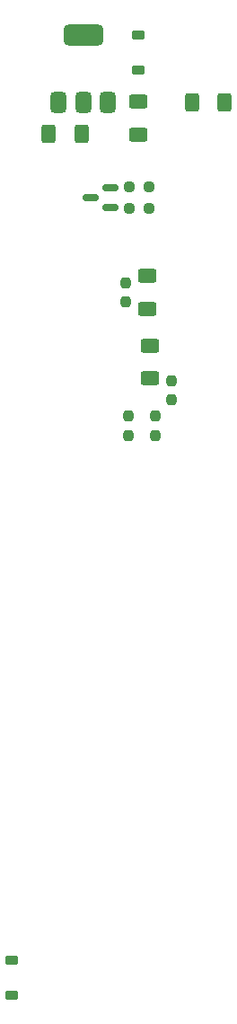
<source format=gbr>
%TF.GenerationSoftware,KiCad,Pcbnew,7.0.11+dfsg-1build4*%
%TF.CreationDate,2024-12-03T15:14:33-08:00*%
%TF.ProjectId,lightjar,6c696768-746a-4617-922e-6b696361645f,rev?*%
%TF.SameCoordinates,Original*%
%TF.FileFunction,Paste,Top*%
%TF.FilePolarity,Positive*%
%FSLAX46Y46*%
G04 Gerber Fmt 4.6, Leading zero omitted, Abs format (unit mm)*
G04 Created by KiCad (PCBNEW 7.0.11+dfsg-1build4) date 2024-12-03 15:14:33*
%MOMM*%
%LPD*%
G01*
G04 APERTURE LIST*
G04 Aperture macros list*
%AMRoundRect*
0 Rectangle with rounded corners*
0 $1 Rounding radius*
0 $2 $3 $4 $5 $6 $7 $8 $9 X,Y pos of 4 corners*
0 Add a 4 corners polygon primitive as box body*
4,1,4,$2,$3,$4,$5,$6,$7,$8,$9,$2,$3,0*
0 Add four circle primitives for the rounded corners*
1,1,$1+$1,$2,$3*
1,1,$1+$1,$4,$5*
1,1,$1+$1,$6,$7*
1,1,$1+$1,$8,$9*
0 Add four rect primitives between the rounded corners*
20,1,$1+$1,$2,$3,$4,$5,0*
20,1,$1+$1,$4,$5,$6,$7,0*
20,1,$1+$1,$6,$7,$8,$9,0*
20,1,$1+$1,$8,$9,$2,$3,0*%
G04 Aperture macros list end*
%ADD10RoundRect,0.225000X-0.375000X0.225000X-0.375000X-0.225000X0.375000X-0.225000X0.375000X0.225000X0*%
%ADD11RoundRect,0.225000X0.375000X-0.225000X0.375000X0.225000X-0.375000X0.225000X-0.375000X-0.225000X0*%
%ADD12RoundRect,0.237500X-0.250000X-0.237500X0.250000X-0.237500X0.250000X0.237500X-0.250000X0.237500X0*%
%ADD13RoundRect,0.250000X-0.400000X-0.625000X0.400000X-0.625000X0.400000X0.625000X-0.400000X0.625000X0*%
%ADD14RoundRect,0.237500X0.237500X-0.250000X0.237500X0.250000X-0.237500X0.250000X-0.237500X-0.250000X0*%
%ADD15RoundRect,0.250000X0.625000X-0.400000X0.625000X0.400000X-0.625000X0.400000X-0.625000X-0.400000X0*%
%ADD16RoundRect,0.250000X-0.625000X0.400000X-0.625000X-0.400000X0.625000X-0.400000X0.625000X0.400000X0*%
%ADD17RoundRect,0.237500X-0.237500X0.250000X-0.237500X-0.250000X0.237500X-0.250000X0.237500X0.250000X0*%
%ADD18RoundRect,0.250000X0.400000X0.625000X-0.400000X0.625000X-0.400000X-0.625000X0.400000X-0.625000X0*%
%ADD19RoundRect,0.150000X0.587500X0.150000X-0.587500X0.150000X-0.587500X-0.150000X0.587500X-0.150000X0*%
%ADD20RoundRect,0.375000X0.375000X-0.625000X0.375000X0.625000X-0.375000X0.625000X-0.375000X-0.625000X0*%
%ADD21RoundRect,0.500000X1.400000X-0.500000X1.400000X0.500000X-1.400000X0.500000X-1.400000X-0.500000X0*%
G04 APERTURE END LIST*
D10*
%TO.C,D2*%
X150000000Y-124350000D03*
X150000000Y-127650000D03*
%TD*%
D11*
%TO.C,D1*%
X161902913Y-40495158D03*
X161902913Y-37195158D03*
%TD*%
D12*
%TO.C,R5*%
X162912500Y-51500000D03*
X161087500Y-51500000D03*
%TD*%
D13*
%TO.C,F1*%
X170050000Y-43500000D03*
X166950000Y-43500000D03*
%TD*%
D14*
%TO.C,R4*%
X163500000Y-73087500D03*
X163500000Y-74912500D03*
%TD*%
D15*
%TO.C,C4*%
X163013379Y-66443253D03*
X163013379Y-69543253D03*
%TD*%
D16*
%TO.C,C1*%
X161900000Y-43450000D03*
X161900000Y-46550000D03*
%TD*%
D17*
%TO.C,R1*%
X161000000Y-74912500D03*
X161000000Y-73087500D03*
%TD*%
D12*
%TO.C,R6*%
X162912500Y-53500000D03*
X161087500Y-53500000D03*
%TD*%
D18*
%TO.C,C2*%
X156550000Y-46500000D03*
X153450000Y-46500000D03*
%TD*%
D17*
%TO.C,R3*%
X160725000Y-62362500D03*
X160725000Y-60537500D03*
%TD*%
D19*
%TO.C,Q1*%
X157400000Y-52500000D03*
X159275000Y-51550000D03*
X159275000Y-53450000D03*
%TD*%
D17*
%TO.C,R2*%
X165000000Y-71575000D03*
X165000000Y-69750000D03*
%TD*%
D20*
%TO.C,U1*%
X154400000Y-43500000D03*
X156700000Y-43500000D03*
D21*
X156700000Y-37200000D03*
D20*
X159000000Y-43500000D03*
%TD*%
D16*
%TO.C,C3*%
X162725000Y-63000000D03*
X162725000Y-59900000D03*
%TD*%
M02*

</source>
